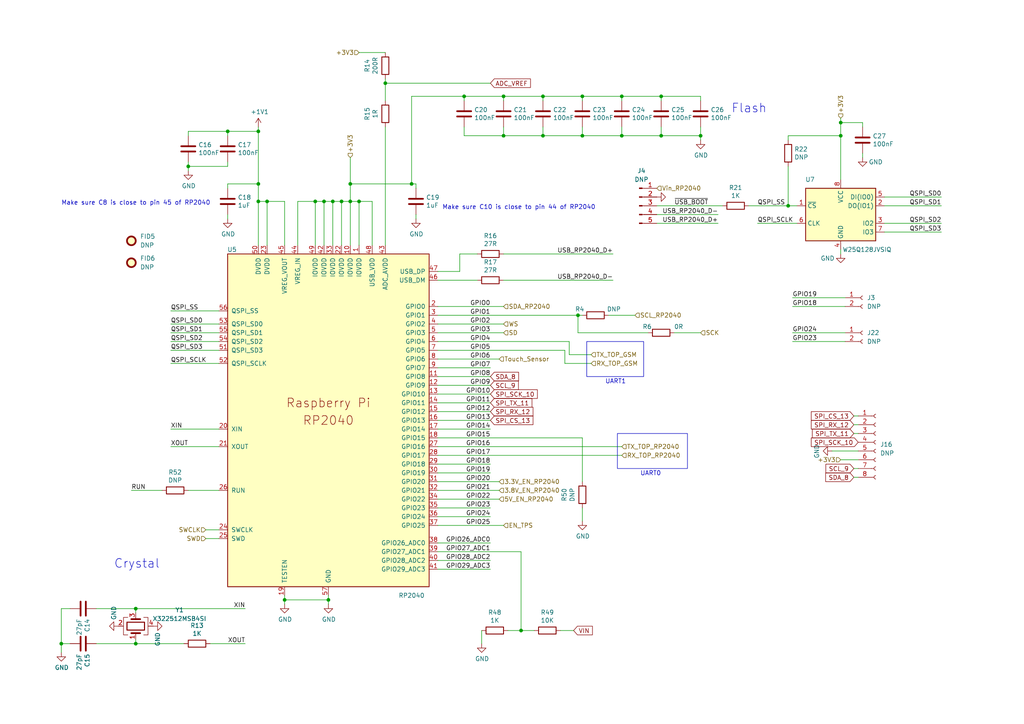
<source format=kicad_sch>
(kicad_sch (version 20231120) (generator "eeschema") (generator_version "8.0")
  (paper "A4")
  (lib_symbols
    (symbol "Connector:Conn_01x02_Socket" (pin_names (offset 1.016) hide)
      (property "Reference" "J" (at 0 2.54 0))
      (property "Value" "Conn_01x02_Socket" (at 0 -5.08 0))
      (symbol "Conn_01x02_Socket_1_1"
        (arc (start 0 -2.032) (mid -0.5058 -2.54) (end 0 -3.048) (stroke (width 0.1524)))
        (polyline (pts (xy -1.27 -2.54) (xy -0.508 -2.54)) (stroke (width 0.1524)))
        (polyline (pts (xy -1.27 0) (xy -0.508 0)) (stroke (width 0.1524)))
        (arc (start 0 0.508) (mid -0.5058 0) (end 0 -0.508) (stroke (width 0.1524)))
        (pin passive line (at -5.08 0 0) (length 3.81) (name "Pin_1") (number "1"))
        (pin passive line (at -5.08 -2.54 0) (length 3.81) (name "Pin_2") (number "2"))
      )
    )
    (symbol "Connector:Conn_01x05_Male" (pin_names (offset 1.016) hide)
      (property "Reference" "J" (at 0 7.62 0))
      (property "Value" "Conn_01x05_Male" (at 0 -7.62 0))
      (symbol "Conn_01x05_Male_1_1"
        (polyline (pts (xy 1.27 -5.08) (xy 0.8636 -5.08)) (stroke (width 0.1524)))
        (polyline (pts (xy 1.27 -2.54) (xy 0.8636 -2.54)) (stroke (width 0.1524)))
        (polyline (pts (xy 1.27 0) (xy 0.8636 0)) (stroke (width 0.1524)))
        (polyline (pts (xy 1.27 2.54) (xy 0.8636 2.54)) (stroke (width 0.1524)))
        (polyline (pts (xy 1.27 5.08) (xy 0.8636 5.08)) (stroke (width 0.1524)))
        (rectangle (start 0.8636 -4.953) (end 0 -5.207) (stroke (width 0.1524)) (fill (type outline)))
        (rectangle (start 0.8636 -2.413) (end 0 -2.667) (stroke (width 0.1524)) (fill (type outline)))
        (rectangle (start 0.8636 0.127) (end 0 -0.127) (stroke (width 0.1524)) (fill (type outline)))
        (rectangle (start 0.8636 2.667) (end 0 2.413) (stroke (width 0.1524)) (fill (type outline)))
        (rectangle (start 0.8636 5.207) (end 0 4.953) (stroke (width 0.1524)) (fill (type outline)))
        (pin passive line (at 5.08 5.08 180) (length 3.81) (name "Pin_1") (number "1"))
        (pin passive line (at 5.08 2.54 180) (length 3.81) (name "Pin_2") (number "2"))
        (pin passive line (at 5.08 0 180) (length 3.81) (name "Pin_3") (number "3"))
        (pin passive line (at 5.08 -2.54 180) (length 3.81) (name "Pin_4") (number "4"))
        (pin passive line (at 5.08 -5.08 180) (length 3.81) (name "Pin_5") (number "5"))
      )
    )
    (symbol "Connector:Conn_01x08_Female" (pin_names (offset 1.016) hide)
      (property "Reference" "J" (at 0 10.16 0))
      (property "Value" "Conn_01x08_Female" (at 0 -12.7 0))
      (symbol "Conn_01x08_Female_1_1"
        (arc (start 0 -9.652) (mid -0.5058 -10.16) (end 0 -10.668) (stroke (width 0.1524)))
        (arc (start 0 -7.112) (mid -0.5058 -7.62) (end 0 -8.128) (stroke (width 0.1524)))
        (arc (start 0 -4.572) (mid -0.5058 -5.08) (end 0 -5.588) (stroke (width 0.1524)))
        (arc (start 0 -2.032) (mid -0.5058 -2.54) (end 0 -3.048) (stroke (width 0.1524)))
        (polyline (pts (xy -1.27 -10.16) (xy -0.508 -10.16)) (stroke (width 0.1524)))
        (polyline (pts (xy -1.27 -7.62) (xy -0.508 -7.62)) (stroke (width 0.1524)))
        (polyline (pts (xy -1.27 -5.08) (xy -0.508 -5.08)) (stroke (width 0.1524)))
        (polyline (pts (xy -1.27 -2.54) (xy -0.508 -2.54)) (stroke (width 0.1524)))
        (polyline (pts (xy -1.27 0) (xy -0.508 0)) (stroke (width 0.1524)))
        (polyline (pts (xy -1.27 2.54) (xy -0.508 2.54)) (stroke (width 0.1524)))
        (polyline (pts (xy -1.27 5.08) (xy -0.508 5.08)) (stroke (width 0.1524)))
        (polyline (pts (xy -1.27 7.62) (xy -0.508 7.62)) (stroke (width 0.1524)))
        (arc (start 0 0.508) (mid -0.5058 0) (end 0 -0.508) (stroke (width 0.1524)))
        (arc (start 0 3.048) (mid -0.5058 2.54) (end 0 2.032) (stroke (width 0.1524)))
        (arc (start 0 5.588) (mid -0.5058 5.08) (end 0 4.572) (stroke (width 0.1524)))
        (arc (start 0 8.128) (mid -0.5058 7.62) (end 0 7.112) (stroke (width 0.1524)))
        (pin passive line (at -5.08 7.62 0) (length 3.81) (name "Pin_1") (number "1"))
        (pin passive line (at -5.08 5.08 0) (length 3.81) (name "Pin_2") (number "2"))
        (pin passive line (at -5.08 2.54 0) (length 3.81) (name "Pin_3") (number "3"))
        (pin passive line (at -5.08 0 0) (length 3.81) (name "Pin_4") (number "4"))
        (pin passive line (at -5.08 -2.54 0) (length 3.81) (name "Pin_5") (number "5"))
        (pin passive line (at -5.08 -5.08 0) (length 3.81) (name "Pin_6") (number "6"))
        (pin passive line (at -5.08 -7.62 0) (length 3.81) (name "Pin_7") (number "7"))
        (pin passive line (at -5.08 -10.16 0) (length 3.81) (name "Pin_8") (number "8"))
      )
    )
    (symbol "Device:C" (pin_numbers hide) (pin_names (offset 0.254))
      (property "Reference" "C" (at 0.635 2.54 0))
      (property "Value" "C" (at 0.635 -2.54 0))
      (symbol "C_0_1"
        (polyline (pts (xy -2.032 -0.762) (xy 2.032 -0.762)) (stroke (width 0.508)))
        (polyline (pts (xy -2.032 0.762) (xy 2.032 0.762)) (stroke (width 0.508)))
      )
      (symbol "C_1_1"
        (pin passive line (at 0 3.81 270) (length 2.794) (name "~") (number "1"))
        (pin passive line (at 0 -3.81 90) (length 2.794) (name "~") (number "2"))
      )
    )
    (symbol "Device:Crystal_GND24" (pin_names (offset 1.016) hide)
      (property "Reference" "Y" (at 3.175 5.08 0))
      (property "Value" "Crystal_GND24" (at 3.175 3.175 0))
      (symbol "Crystal_GND24_0_1"
        (rectangle (start -1.143 2.54) (end 1.143 -2.54) (stroke (width 0.3048)))
        (polyline (pts (xy -2.54 0) (xy -2.032 0)))
        (polyline (pts (xy -2.032 -1.27) (xy -2.032 1.27)) (stroke (width 0.508)))
        (polyline (pts (xy 0 -3.81) (xy 0 -3.556)))
        (polyline (pts (xy 0 3.556) (xy 0 3.81)))
        (polyline (pts (xy 2.032 -1.27) (xy 2.032 1.27)) (stroke (width 0.508)))
        (polyline (pts (xy 2.032 0) (xy 2.54 0)))
        (polyline (pts (xy -2.54 -2.286) (xy -2.54 -3.556) (xy 2.54 -3.556) (xy 2.54 -2.286)))
        (polyline (pts (xy -2.54 2.286) (xy -2.54 3.556) (xy 2.54 3.556) (xy 2.54 2.286)))
      )
      (symbol "Crystal_GND24_1_1"
        (pin passive line (at -3.81 0 0) (length 1.27) (name "1") (number "1"))
        (pin passive line (at 0 5.08 270) (length 1.27) (name "2") (number "2"))
        (pin passive line (at 3.81 0 180) (length 1.27) (name "3") (number "3"))
        (pin passive line (at 0 -5.08 90) (length 1.27) (name "4") (number "4"))
      )
    )
    (symbol "Device:R" (pin_numbers hide) (pin_names (offset 0))
      (property "Reference" "R" (at 2.032 0 90))
      (property "Value" "R" (at 0 0 90))
      (symbol "R_0_1"
        (rectangle (start -1.016 -2.54) (end 1.016 2.54) (stroke (width 0.254)))
      )
      (symbol "R_1_1"
        (pin passive line (at 0 3.81 270) (length 1.27) (name "~") (number "1"))
        (pin passive line (at 0 -3.81 90) (length 1.27) (name "~") (number "2"))
      )
    )
    (symbol "MCU_RaspberryPi_RP2040:RP2040" (pin_names (offset 1.016))
      (property "Reference" "U" (at -29.21 49.53 0))
      (property "Value" "RP2040" (at 24.13 -49.53 0))
      (symbol "RP2040_0_0"
        (text "Raspberry Pi" (at 0 5.08 0) (effects (font (size 2.54 2.54))))
        (text "RP2040" (at 0 0 0) (effects (font (size 2.54 2.54))))
      )
      (symbol "RP2040_0_1"
        (rectangle (start 29.21 48.26) (end -29.21 -48.26) (stroke (width 0.254)) (fill (type background)))
      )
      (symbol "RP2040_1_1"
        (pin power_in line (at 8.89 50.8 270) (length 2.54) (name "IOVDD") (number "1"))
        (pin power_in line (at 6.35 50.8 270) (length 2.54) (name "IOVDD") (number "10"))
        (pin bidirectional line (at 31.75 12.7 180) (length 2.54) (name "GPIO8") (number "11"))
        (pin bidirectional line (at 31.75 10.16 180) (length 2.54) (name "GPIO9") (number "12"))
        (pin bidirectional line (at 31.75 7.62 180) (length 2.54) (name "GPIO10") (number "13"))
        (pin bidirectional line (at 31.75 5.08 180) (length 2.54) (name "GPIO11") (number "14"))
        (pin bidirectional line (at 31.75 2.54 180) (length 2.54) (name "GPIO12") (number "15"))
        (pin bidirectional line (at 31.75 0 180) (length 2.54) (name "GPIO13") (number "16"))
        (pin bidirectional line (at 31.75 -2.54 180) (length 2.54) (name "GPIO14") (number "17"))
        (pin bidirectional line (at 31.75 -5.08 180) (length 2.54) (name "GPIO15") (number "18"))
        (pin passive line (at -12.7 -50.8 90) (length 2.54) (name "TESTEN") (number "19"))
        (pin bidirectional line (at 31.75 33.02 180) (length 2.54) (name "GPIO0") (number "2"))
        (pin input line (at -31.75 -2.54 0) (length 2.54) (name "XIN") (number "20"))
        (pin passive line (at -31.75 -7.62 0) (length 2.54) (name "XOUT") (number "21"))
        (pin power_in line (at 3.81 50.8 270) (length 2.54) (name "IOVDD") (number "22"))
        (pin power_in line (at -17.78 50.8 270) (length 2.54) (name "DVDD") (number "23"))
        (pin output line (at -31.75 -31.75 0) (length 2.54) (name "SWCLK") (number "24"))
        (pin bidirectional line (at -31.75 -34.29 0) (length 2.54) (name "SWD") (number "25"))
        (pin input line (at -31.75 -20.32 0) (length 2.54) (name "RUN") (number "26"))
        (pin bidirectional line (at 31.75 -7.62 180) (length 2.54) (name "GPIO16") (number "27"))
        (pin bidirectional line (at 31.75 -10.16 180) (length 2.54) (name "GPIO17") (number "28"))
        (pin bidirectional line (at 31.75 -12.7 180) (length 2.54) (name "GPIO18") (number "29"))
        (pin bidirectional line (at 31.75 30.48 180) (length 2.54) (name "GPIO1") (number "3"))
        (pin bidirectional line (at 31.75 -15.24 180) (length 2.54) (name "GPIO19") (number "30"))
        (pin bidirectional line (at 31.75 -17.78 180) (length 2.54) (name "GPIO20") (number "31"))
        (pin bidirectional line (at 31.75 -20.32 180) (length 2.54) (name "GPIO21") (number "32"))
        (pin power_in line (at 1.27 50.8 270) (length 2.54) (name "IOVDD") (number "33"))
        (pin bidirectional line (at 31.75 -22.86 180) (length 2.54) (name "GPIO22") (number "34"))
        (pin bidirectional line (at 31.75 -25.4 180) (length 2.54) (name "GPIO23") (number "35"))
        (pin bidirectional line (at 31.75 -27.94 180) (length 2.54) (name "GPIO24") (number "36"))
        (pin bidirectional line (at 31.75 -30.48 180) (length 2.54) (name "GPIO25") (number "37"))
        (pin bidirectional line (at 31.75 -35.56 180) (length 2.54) (name "GPIO26_ADC0") (number "38"))
        (pin bidirectional line (at 31.75 -38.1 180) (length 2.54) (name "GPIO27_ADC1") (number "39"))
        (pin bidirectional line (at 31.75 27.94 180) (length 2.54) (name "GPIO2") (number "4"))
        (pin bidirectional line (at 31.75 -40.64 180) (length 2.54) (name "GPIO28_ADC2") (number "40"))
        (pin bidirectional line (at 31.75 -43.18 180) (length 2.54) (name "GPIO29_ADC3") (number "41"))
        (pin power_in line (at -1.27 50.8 270) (length 2.54) (name "IOVDD") (number "42"))
        (pin power_in line (at 16.51 50.8 270) (length 2.54) (name "ADC_AVDD") (number "43"))
        (pin power_in line (at -8.89 50.8 270) (length 2.54) (name "VREG_IN") (number "44"))
        (pin power_out line (at -12.7 50.8 270) (length 2.54) (name "VREG_VOUT") (number "45"))
        (pin bidirectional line (at 31.75 40.64 180) (length 2.54) (name "USB_DM") (number "46"))
        (pin bidirectional line (at 31.75 43.18 180) (length 2.54) (name "USB_DP") (number "47"))
        (pin power_in line (at 12.7 50.8 270) (length 2.54) (name "USB_VDD") (number "48"))
        (pin power_in line (at -3.81 50.8 270) (length 2.54) (name "IOVDD") (number "49"))
        (pin bidirectional line (at 31.75 25.4 180) (length 2.54) (name "GPIO3") (number "5"))
        (pin power_in line (at -20.32 50.8 270) (length 2.54) (name "DVDD") (number "50"))
        (pin bidirectional line (at -31.75 20.32 0) (length 2.54) (name "QSPI_SD3") (number "51"))
        (pin output line (at -31.75 16.51 0) (length 2.54) (name "QSPI_SCLK") (number "52"))
        (pin bidirectional line (at -31.75 27.94 0) (length 2.54) (name "QSPI_SD0") (number "53"))
        (pin bidirectional line (at -31.75 22.86 0) (length 2.54) (name "QSPI_SD2") (number "54"))
        (pin bidirectional line (at -31.75 25.4 0) (length 2.54) (name "QSPI_SD1") (number "55"))
        (pin bidirectional line (at -31.75 31.75 0) (length 2.54) (name "QSPI_SS") (number "56"))
        (pin power_in line (at 0 -50.8 90) (length 2.54) (name "GND") (number "57"))
        (pin bidirectional line (at 31.75 22.86 180) (length 2.54) (name "GPIO4") (number "6"))
        (pin bidirectional line (at 31.75 20.32 180) (length 2.54) (name "GPIO5") (number "7"))
        (pin bidirectional line (at 31.75 17.78 180) (length 2.54) (name "GPIO6") (number "8"))
        (pin bidirectional line (at 31.75 15.24 180) (length 2.54) (name "GPIO7") (number "9"))
      )
    )
    (symbol "Mechanical:Fiducial"
      (property "Reference" "FID" (at 0 5.08 0))
      (property "Value" "Fiducial" (at 0 3.175 0))
      (symbol "Fiducial_0_1"
        (circle (center 0 0) (radius 1.27) (stroke (width 0.508)) (fill (type background)))
      )
    )
    (symbol "Memory_Flash:W25Q128JVS"
      (property "Reference" "U" (at -8.89 8.89 0))
      (property "Value" "W25Q128JVS" (at 7.62 8.89 0))
      (symbol "W25Q128JVS_0_1"
        (rectangle (start -10.16 7.62) (end 10.16 -7.62) (stroke (width 0.254)) (fill (type background)))
      )
      (symbol "W25Q128JVS_1_1"
        (pin input line (at -12.7 2.54 0) (length 2.54) (name "~{CS}") (number "1"))
        (pin bidirectional line (at 12.7 2.54 180) (length 2.54) (name "DO(IO1)") (number "2"))
        (pin bidirectional line (at 12.7 -2.54 180) (length 2.54) (name "IO2") (number "3"))
        (pin power_in line (at 0 -10.16 90) (length 2.54) (name "GND") (number "4"))
        (pin bidirectional line (at 12.7 5.08 180) (length 2.54) (name "DI(IO0)") (number "5"))
        (pin input line (at -12.7 -2.54 0) (length 2.54) (name "CLK") (number "6"))
        (pin bidirectional line (at 12.7 -5.08 180) (length 2.54) (name "IO3") (number "7"))
        (pin power_in line (at 0 10.16 270) (length 2.54) (name "VCC") (number "8"))
      )
    )
    (symbol "power:+1V1" (power) (pin_names (offset 0))
      (property "Value" "+1V1" (at 0 3.556 0))
      (symbol "+1V1_0_1"
        (polyline (pts (xy -0.762 1.27) (xy 0 2.54)))
        (polyline (pts (xy 0 0) (xy 0 2.54)))
        (polyline (pts (xy 0 2.54) (xy 0.762 1.27)))
      )
      (symbol "+1V1_1_1"
        (pin power_in line (at 0 0 90) (length 0) hide (name "+1V1") (number "1"))
      )
    )
    (symbol "power:GND" (power) (pin_names (offset 0))
      (property "Value" "GND" (at 0 -3.81 0))
      (symbol "GND_0_1"
        (polyline (pts (xy 0 0) (xy 0 -1.27) (xy 1.27 -1.27) (xy 0 -2.54) (xy -1.27 -1.27) (xy 0 -1.27)))
      )
      (symbol "GND_1_1"
        (pin power_in line (at 0 0 270) (length 0) hide (name "GND") (number "1"))
      )
    )
  )
  (junction (at 111.76 24.13))
  (junction (at 54.61 48.26))
  (junction (at 39.37 186.69))
  (junction (at 151.13 182.88))
  (junction (at 180.34 27.94))
  (junction (at 101.6 58.42))
  (junction (at 95.25 173.99))
  (junction (at 74.93 58.42))
  (junction (at 180.34 39.37))
  (junction (at 17.78 186.69))
  (junction (at 104.14 58.42))
  (junction (at 39.37 176.53))
  (junction (at 93.98 58.42))
  (junction (at 167.64 91.44))
  (junction (at 96.52 58.42))
  (junction (at 82.55 173.99))
  (junction (at 74.93 38.1))
  (junction (at 91.44 58.42))
  (junction (at 168.91 39.37))
  (junction (at 101.6 53.34))
  (junction (at 134.62 27.94))
  (junction (at 157.48 27.94))
  (junction (at 228.6 59.69))
  (junction (at 66.04 38.1))
  (junction (at 74.93 53.34))
  (junction (at 99.06 58.42))
  (junction (at 191.77 39.37))
  (junction (at 191.77 27.94))
  (junction (at 168.91 27.94))
  (junction (at 77.47 58.42))
  (junction (at 119.38 53.34))
  (junction (at 146.05 27.94))
  (junction (at 157.48 39.37))
  (junction (at 243.84 39.37))
  (junction (at 243.84 35.56))
  (junction (at 203.2 39.37))
  (junction (at 146.05 39.37))
  (wire (pts (xy 111.76 36.83) (xy 111.76 71.12)))
  (wire (pts (xy 49.53 124.46) (xy 63.5 124.46)))
  (wire (pts (xy 59.69 156.21) (xy 63.5 156.21)))
  (wire (pts (xy 191.77 39.37) (xy 203.2 39.37)))
  (wire (pts (xy 66.04 53.34) (xy 74.93 53.34)))
  (wire (pts (xy 127 160.02) (xy 151.13 160.02)))
  (wire (pts (xy 176.53 91.44) (xy 184.15 91.44)))
  (wire (pts (xy 191.77 27.94) (xy 203.2 27.94)))
  (wire (pts (xy 101.6 58.42) (xy 104.14 58.42)))
  (wire (pts (xy 127 91.44) (xy 167.64 91.44)))
  (wire (pts (xy 180.34 27.94) (xy 191.77 27.94)))
  (wire (pts (xy 167.64 91.44) (xy 168.91 91.44)))
  (wire (pts (xy 82.55 173.99) (xy 95.25 173.99)))
  (wire (pts (xy 111.76 22.86) (xy 111.76 24.13)))
  (wire (pts (xy 180.34 39.37) (xy 168.91 39.37)))
  (wire (pts (xy 127 149.86) (xy 142.24 149.86)))
  (wire (pts (xy 39.37 186.69) (xy 53.34 186.69)))
  (wire (pts (xy 191.77 29.21) (xy 191.77 27.94)))
  (wire (pts (xy 86.36 58.42) (xy 91.44 58.42)))
  (wire (pts (xy 146.05 27.94) (xy 157.48 27.94)))
  (wire (pts (xy 54.61 46.99) (xy 54.61 48.26)))
  (wire (pts (xy 228.6 48.26) (xy 228.6 59.69)))
  (wire (pts (xy 127 104.14) (xy 144.78 104.14)))
  (wire (pts (xy 95.25 173.99) (xy 95.25 175.26)))
  (wire (pts (xy 127 106.68) (xy 142.24 106.68)))
  (wire (pts (xy 27.94 176.53) (xy 39.37 176.53)))
  (wire (pts (xy 119.38 27.94) (xy 119.38 53.34)))
  (wire (pts (xy 101.6 53.34) (xy 101.6 58.42)))
  (wire (pts (xy 229.87 96.52) (xy 245.11 96.52)))
  (wire (pts (xy 111.76 24.13) (xy 111.76 29.21)))
  (wire (pts (xy 127 93.98) (xy 146.05 93.98)))
  (wire (pts (xy 60.96 186.69) (xy 71.12 186.69)))
  (wire (pts (xy 190.5 62.23) (xy 208.28 62.23)))
  (wire (pts (xy 93.98 58.42) (xy 96.52 58.42)))
  (wire (pts (xy 157.48 27.94) (xy 168.91 27.94)))
  (wire (pts (xy 241.3 130.81) (xy 248.92 130.81)))
  (wire (pts (xy 167.64 91.44) (xy 167.64 96.52)))
  (wire (pts (xy 66.04 54.61) (xy 66.04 53.34)))
  (wire (pts (xy 127 96.52) (xy 146.05 96.52)))
  (wire (pts (xy 74.93 53.34) (xy 74.93 58.42)))
  (wire (pts (xy 20.32 176.53) (xy 17.78 176.53)))
  (wire (pts (xy 203.2 36.83) (xy 203.2 39.37)))
  (wire (pts (xy 99.06 71.12) (xy 99.06 58.42)))
  (wire (pts (xy 127 144.78) (xy 144.78 144.78)))
  (wire (pts (xy 127 127) (xy 168.91 127)))
  (wire (pts (xy 190.5 64.77) (xy 208.28 64.77)))
  (wire (pts (xy 180.34 29.21) (xy 180.34 27.94)))
  (wire (pts (xy 146.05 39.37) (xy 134.62 39.37)))
  (wire (pts (xy 63.5 90.17) (xy 49.53 90.17)))
  (wire (pts (xy 111.76 24.13) (xy 142.24 24.13)))
  (wire (pts (xy 127 134.62) (xy 142.24 134.62)))
  (wire (pts (xy 247.65 138.43) (xy 248.92 138.43)))
  (wire (pts (xy 66.04 39.37) (xy 66.04 38.1)))
  (wire (pts (xy 77.47 58.42) (xy 74.93 58.42)))
  (wire (pts (xy 146.05 36.83) (xy 146.05 39.37)))
  (wire (pts (xy 49.53 96.52) (xy 63.5 96.52)))
  (wire (pts (xy 256.54 67.31) (xy 273.05 67.31)))
  (wire (pts (xy 203.2 39.37) (xy 203.2 40.64)))
  (wire (pts (xy 134.62 27.94) (xy 146.05 27.94)))
  (wire (pts (xy 127 81.28) (xy 138.43 81.28)))
  (wire (pts (xy 74.93 58.42) (xy 74.93 71.12)))
  (wire (pts (xy 127 114.3) (xy 142.24 114.3)))
  (wire (pts (xy 127 162.56) (xy 142.24 162.56)))
  (wire (pts (xy 127 147.32) (xy 142.24 147.32)))
  (wire (pts (xy 180.34 36.83) (xy 180.34 39.37)))
  (wire (pts (xy 107.95 71.12) (xy 107.95 58.42)))
  (wire (pts (xy 134.62 27.94) (xy 119.38 27.94)))
  (wire (pts (xy 168.91 29.21) (xy 168.91 27.94)))
  (wire (pts (xy 146.05 73.66) (xy 177.8 73.66)))
  (wire (pts (xy 203.2 29.21) (xy 203.2 27.94)))
  (wire (pts (xy 120.65 62.23) (xy 120.65 63.5)))
  (wire (pts (xy 101.6 53.34) (xy 101.6 45.72)))
  (wire (pts (xy 49.53 101.6) (xy 63.5 101.6)))
  (wire (pts (xy 229.87 88.9) (xy 245.11 88.9)))
  (wire (pts (xy 77.47 71.12) (xy 77.47 58.42)))
  (wire (pts (xy 190.5 59.69) (xy 209.55 59.69)))
  (wire (pts (xy 20.32 186.69) (xy 17.78 186.69)))
  (wire (pts (xy 165.1 102.87) (xy 171.45 102.87)))
  (wire (pts (xy 229.87 86.36) (xy 245.11 86.36)))
  (wire (pts (xy 49.53 99.06) (xy 63.5 99.06)))
  (wire (pts (xy 166.37 182.88) (xy 162.56 182.88)))
  (wire (pts (xy 168.91 147.32) (xy 168.91 151.13)))
  (wire (pts (xy 127 88.9) (xy 146.05 88.9)))
  (wire (pts (xy 82.55 71.12) (xy 82.55 58.42)))
  (wire (pts (xy 119.38 53.34) (xy 101.6 53.34)))
  (wire (pts (xy 151.13 182.88) (xy 151.13 160.02)))
  (wire (pts (xy 163.83 105.41) (xy 163.83 101.6)))
  (wire (pts (xy 191.77 36.83) (xy 191.77 39.37)))
  (wire (pts (xy 167.64 96.52) (xy 187.96 96.52)))
  (wire (pts (xy 228.6 39.37) (xy 243.84 39.37)))
  (wire (pts (xy 147.32 182.88) (xy 151.13 182.88)))
  (wire (pts (xy 104.14 58.42) (xy 104.14 71.12)))
  (wire (pts (xy 217.17 59.69) (xy 228.6 59.69)))
  (wire (pts (xy 63.5 129.54) (xy 49.53 129.54)))
  (wire (pts (xy 104.14 58.42) (xy 107.95 58.42)))
  (wire (pts (xy 203.2 96.52) (xy 195.58 96.52)))
  (wire (pts (xy 86.36 71.12) (xy 86.36 58.42)))
  (wire (pts (xy 247.65 125.73) (xy 248.92 125.73)))
  (wire (pts (xy 74.93 36.83) (xy 74.93 38.1)))
  (wire (pts (xy 165.1 102.87) (xy 165.1 99.06)))
  (wire (pts (xy 243.84 39.37) (xy 243.84 52.07)))
  (wire (pts (xy 127 116.84) (xy 142.24 116.84)))
  (wire (pts (xy 54.61 48.26) (xy 54.61 49.53)))
  (wire (pts (xy 74.93 38.1) (xy 74.93 53.34)))
  (wire (pts (xy 127 139.7) (xy 144.78 139.7)))
  (wire (pts (xy 133.35 73.66) (xy 138.43 73.66)))
  (wire (pts (xy 82.55 172.72) (xy 82.55 173.99)))
  (wire (pts (xy 82.55 173.99) (xy 82.55 175.26)))
  (wire (pts (xy 17.78 186.69) (xy 17.78 189.23)))
  (wire (pts (xy 127 132.08) (xy 180.34 132.08)))
  (wire (pts (xy 127 157.48) (xy 142.24 157.48)))
  (wire (pts (xy 134.62 36.83) (xy 134.62 39.37)))
  (wire (pts (xy 146.05 29.21) (xy 146.05 27.94)))
  (wire (pts (xy 139.7 186.69) (xy 139.7 182.88)))
  (wire (pts (xy 63.5 105.41) (xy 49.53 105.41)))
  (wire (pts (xy 27.94 186.69) (xy 39.37 186.69)))
  (wire (pts (xy 95.25 172.72) (xy 95.25 173.99)))
  (wire (pts (xy 17.78 176.53) (xy 17.78 186.69)))
  (wire (pts (xy 191.77 39.37) (xy 180.34 39.37)))
  (wire (pts (xy 99.06 58.42) (xy 101.6 58.42)))
  (wire (pts (xy 66.04 38.1) (xy 74.93 38.1)))
  (wire (pts (xy 228.6 40.64) (xy 228.6 39.37)))
  (wire (pts (xy 256.54 59.69) (xy 273.05 59.69)))
  (wire (pts (xy 127 152.4) (xy 146.05 152.4)))
  (wire (pts (xy 96.52 71.12) (xy 96.52 58.42)))
  (wire (pts (xy 247.65 120.65) (xy 248.92 120.65)))
  (wire (pts (xy 250.19 44.45) (xy 250.19 45.72)))
  (wire (pts (xy 127 137.16) (xy 142.24 137.16)))
  (wire (pts (xy 133.35 73.66) (xy 133.35 78.74)))
  (wire (pts (xy 256.54 57.15) (xy 273.05 57.15)))
  (wire (pts (xy 63.5 142.24) (xy 54.61 142.24)))
  (wire (pts (xy 127 142.24) (xy 144.78 142.24)))
  (wire (pts (xy 134.62 29.21) (xy 134.62 27.94)))
  (wire (pts (xy 49.53 93.98) (xy 63.5 93.98)))
  (wire (pts (xy 127 109.22) (xy 142.24 109.22)))
  (wire (pts (xy 157.48 39.37) (xy 146.05 39.37)))
  (wire (pts (xy 104.14 15.24) (xy 111.76 15.24)))
  (wire (pts (xy 54.61 38.1) (xy 66.04 38.1)))
  (wire (pts (xy 157.48 36.83) (xy 157.48 39.37)))
  (wire (pts (xy 127 129.54) (xy 180.34 129.54)))
  (wire (pts (xy 54.61 48.26) (xy 66.04 48.26)))
  (wire (pts (xy 127 111.76) (xy 142.24 111.76)))
  (wire (pts (xy 91.44 71.12) (xy 91.44 58.42)))
  (wire (pts (xy 93.98 71.12) (xy 93.98 58.42)))
  (wire (pts (xy 59.69 153.67) (xy 63.5 153.67)))
  (wire (pts (xy 243.84 133.35) (xy 248.92 133.35)))
  (wire (pts (xy 243.84 35.56) (xy 243.84 39.37)))
  (wire (pts (xy 82.55 58.42) (xy 77.47 58.42)))
  (wire (pts (xy 127 78.74) (xy 133.35 78.74)))
  (wire (pts (xy 168.91 139.7) (xy 168.91 127)))
  (wire (pts (xy 247.65 123.19) (xy 248.92 123.19)))
  (wire (pts (xy 168.91 39.37) (xy 157.48 39.37)))
  (wire (pts (xy 66.04 48.26) (xy 66.04 46.99)))
  (wire (pts (xy 243.84 34.29) (xy 243.84 35.56)))
  (wire (pts (xy 219.71 64.77) (xy 231.14 64.77)))
  (wire (pts (xy 127 124.46) (xy 142.24 124.46)))
  (wire (pts (xy 228.6 59.69) (xy 231.14 59.69)))
  (wire (pts (xy 243.84 72.39) (xy 243.84 73.66)))
  (wire (pts (xy 250.19 36.83) (xy 250.19 35.56)))
  (wire (pts (xy 163.83 101.6) (xy 127 101.6)))
  (wire (pts (xy 151.13 182.88) (xy 154.94 182.88)))
  (wire (pts (xy 66.04 62.23) (xy 66.04 63.5)))
  (wire (pts (xy 39.37 177.8) (xy 39.37 176.53)))
  (wire (pts (xy 101.6 71.12) (xy 101.6 58.42)))
  (wire (pts (xy 39.37 176.53) (xy 71.12 176.53)))
  (wire (pts (xy 120.65 53.34) (xy 119.38 53.34)))
  (wire (pts (xy 39.37 185.42) (xy 39.37 186.69)))
  (wire (pts (xy 127 119.38) (xy 142.24 119.38)))
  (wire (pts (xy 256.54 64.77) (xy 273.05 64.77)))
  (wire (pts (xy 127 121.92) (xy 142.24 121.92)))
  (wire (pts (xy 165.1 99.06) (xy 127 99.06)))
  (wire (pts (xy 247.65 135.89) (xy 248.92 135.89)))
  (wire (pts (xy 146.05 81.28) (xy 177.8 81.28)))
  (wire (pts (xy 120.65 54.61) (xy 120.65 53.34)))
  (wire (pts (xy 46.99 142.24) (xy 38.1 142.24)))
  (wire (pts (xy 127 165.1) (xy 142.24 165.1)))
  (wire (pts (xy 168.91 27.94) (xy 180.34 27.94)))
  (wire (pts (xy 91.44 58.42) (xy 93.98 58.42)))
  (wire (pts (xy 163.83 105.41) (xy 171.45 105.41)))
  (wire (pts (xy 96.52 58.42) (xy 99.06 58.42)))
  (wire (pts (xy 250.19 35.56) (xy 243.84 35.56)))
  (wire (pts (xy 157.48 29.21) (xy 157.48 27.94)))
  (wire (pts (xy 168.91 36.83) (xy 168.91 39.37)))
  (wire (pts (xy 54.61 39.37) (xy 54.61 38.1)))
  (wire (pts (xy 229.87 99.06) (xy 245.11 99.06)))
  (rectangle (start 179.07 125.73) (end 199.39 135.89))
  (rectangle (start 170.18 99.06) (end 186.69 109.22))
  (text "Make sure C8 is close to pin 45 of RP2040" (at 17.78 59.69 0) (effects (font (size 1.27 1.27)) (justify left bottom)))
  (text "UART1" (at 178.562 110.744 0) (effects (font (size 1.27 1.27))))
  (text "Make sure C10 is close to pin 44 of RP2040" (at 128.27 60.96 0) (effects (font (size 1.27 1.27)) (justify left bottom)))
  (text "UART0\n" (at 188.722 137.414 0) (effects (font (size 1.27 1.27))))
  (text "Flash" (at 212.09 33.02 0) (effects (font (size 2.54 2.54)) (justify left bottom)))
  (text "Crystal" (at 33.02 165.1 0) (effects (font (size 2.54 2.54)) (justify left bottom)))
  (label "GPIO22" (at 142.24 144.78 180))
  (label "GPIO17" (at 142.24 132.08 180))
  (label "GPIO9" (at 142.24 111.76 180))
  (label "GPIO23" (at 229.87 99.06 0))
  (label "XIN" (at 71.12 176.53 180))
  (label "GPIO5" (at 142.24 101.6 180))
  (label "GPIO15" (at 142.24 127 180))
  (label "QSPI_SD0" (at 49.53 93.98 0))
  (label "GPIO18" (at 142.24 134.62 180))
  (label "GPIO26_ADC0" (at 142.24 157.48 180))
  (label "GPIO24" (at 142.24 149.86 180))
  (label "QSPI_SD2" (at 49.53 99.06 0))
  (label "GPIO27_ADC1" (at 142.24 160.02 180))
  (label "QSPI_SCLK" (at 219.71 64.77 0))
  (label "GPIO7" (at 142.24 106.68 180))
  (label "GPIO14" (at 142.24 124.46 180))
  (label "GPIO3" (at 142.24 96.52 180))
  (label "GPIO0" (at 142.24 88.9 180))
  (label "QSPI_SD3" (at 273.05 67.31 180))
  (label "GPIO11" (at 142.24 116.84 180))
  (label "QSPI_SD0" (at 273.05 57.15 180))
  (label "USB_RP2040_D-" (at 208.28 62.23 180))
  (label "GPIO4" (at 142.24 99.06 180))
  (label "GPIO20" (at 142.24 139.7 180))
  (label "GPIO24" (at 229.87 96.52 0))
  (label "~{USB_BOOT}" (at 195.58 59.69 0))
  (label "GPIO13" (at 142.24 121.92 180))
  (label "GPIO19" (at 229.87 86.36 0))
  (label "GPIO12" (at 142.24 119.38 180))
  (label "GPIO6" (at 142.24 104.14 180))
  (label "GPIO29_ADC3" (at 142.24 165.1 180))
  (label "GPIO1" (at 142.24 91.44 180))
  (label "GPIO28_ADC2" (at 142.24 162.56 180))
  (label "USB_RP2040_D+" (at 177.8 73.66 180))
  (label "QSPI_SCLK" (at 49.53 105.41 0))
  (label "QSPI_SS" (at 49.53 90.17 0))
  (label "GPIO23" (at 142.24 147.32 180))
  (label "QSPI_SD3" (at 49.53 101.6 0))
  (label "USB_RP2040_D+" (at 208.28 64.77 180))
  (label "GPIO18" (at 229.87 88.9 0))
  (label "RUN" (at 38.1 142.24 0))
  (label "GPIO19" (at 142.24 137.16 180))
  (label "GPIO10" (at 142.24 114.3 180))
  (label "QSPI_SD1" (at 273.05 59.69 180))
  (label "QSPI_SD2" (at 273.05 64.77 180))
  (label "GPIO16" (at 142.24 129.54 180))
  (label "XOUT" (at 49.53 129.54 0))
  (label "QSPI_SD1" (at 49.53 96.52 0))
  (label "GPIO8" (at 142.24 109.22 180))
  (label "XOUT" (at 71.12 186.69 180))
  (label "USB_RP2040_D-" (at 177.8 81.28 180))
  (label "GPIO25" (at 142.24 152.4 180))
  (label "QSPI_SS" (at 219.71 59.69 0))
  (label "XIN" (at 49.53 124.46 0))
  (label "GPIO21" (at 142.24 142.24 180))
  (label "GPIO2" (at 142.24 93.98 180))
  (global_label "SPI_SCK_10" (shape input) (at 142.24 114.3 0) (property "Intersheetrefs" "${INTERSHEET_REFS}" (effects (hide yes))))
  (global_label "SPI_TX_11" (shape input) (at 142.24 116.84 0) (property "Intersheetrefs" "${INTERSHEET_REFS}" (effects (hide yes))))
  (global_label "ADC_VREF" (shape input) (at 142.24 24.13 0) (property "Intersheetrefs" "${INTERSHEET_REFS}" (effects (hide yes))))
  (global_label "VIN" (shape input) (at 166.37 182.88 0) (property "Intersheetrefs" "${INTERSHEET_REFS}" (effects (hide yes))))
  (global_label "SPI_TX_11" (shape input) (at 247.65 125.73 180) (property "Intersheetrefs" "${INTERSHEET_REFS}" (effects (hide yes))))
  (global_label "SPI_RX_12" (shape input) (at 247.65 123.19 180) (property "Intersheetrefs" "${INTERSHEET_REFS}" (effects (hide yes))))
  (global_label "SPI_CS_13" (shape input) (at 142.24 121.92 0) (property "Intersheetrefs" "${INTERSHEET_REFS}" (effects (hide yes))))
  (global_label "SPI_CS_13" (shape input) (at 247.65 120.65 180) (property "Intersheetrefs" "${INTERSHEET_REFS}" (effects (hide yes))))
  (global_label "SDA_8" (shape input) (at 247.65 138.43 180) (property "Intersheetrefs" "${INTERSHEET_REFS}" (effects (hide yes))))
  (global_label "SPI_RX_12" (shape input) (at 142.24 119.38 0) (property "Intersheetrefs" "${INTERSHEET_REFS}" (effects (hide yes))))
  (global_label "SCL_9" (shape input) (at 142.24 111.76 0) (property "Intersheetrefs" "${INTERSHEET_REFS}" (effects (hide yes))))
  (global_label "SCL_9" (shape input) (at 247.65 135.89 180) (property "Intersheetrefs" "${INTERSHEET_REFS}" (effects (hide yes))))
  (global_label "SDA_8" (shape input) (at 142.24 109.22 0) (property "Intersheetrefs" "${INTERSHEET_REFS}" (effects (hide yes))))
  (global_label "SPI_SCK_10" (shape input) (at 248.92 128.27 180) (property "Intersheetrefs" "${INTERSHEET_REFS}" (effects (hide yes))))
  (hierarchical_label "TX_TOP_GSM" (shape input) (at 171.45 102.87 0))
  (hierarchical_label "+3V3" (shape input) (at 243.84 133.35 180))
  (hierarchical_label "EN_TPS" (shape input) (at 146.05 152.4 0))
  (hierarchical_label "WS" (shape input) (at 146.05 93.98 0))
  (hierarchical_label "Vin_RP2040" (shape input) (at 190.5 54.61 0))
  (hierarchical_label "+3V3" (shape input) (at 101.6 45.72 90))
  (hierarchical_label "Touch_Sensor" (shape input) (at 144.78 104.14 0))
  (hierarchical_label "+3V3" (shape input) (at 104.14 15.24 180))
  (hierarchical_label "SDA_RP2040" (shape input) (at 146.05 88.9 0))
  (hierarchical_label "SWCLK" (shape input) (at 59.69 153.67 180))
  (hierarchical_label "RX_TOP_RP2040" (shape input) (at 180.34 132.08 0))
  (hierarchical_label "5V_EN_RP2040" (shape input) (at 144.78 144.78 0))
  (hierarchical_label "RX_TOP_GSM" (shape input) (at 171.45 105.41 0))
  (hierarchical_label "3.3V_EN_RP2040" (shape input) (at 144.78 139.7 0))
  (hierarchical_label "TX_TOP_RP2040" (shape input) (at 180.34 129.54 0))
  (hierarchical_label "SWD" (shape input) (at 59.69 156.21 180))
  (hierarchical_label "3.8V_EN_RP2040" (shape input) (at 144.78 142.24 0))
  (hierarchical_label "SCL_RP2040" (shape input) (at 184.15 91.44 0))
  (hierarchical_label "+3V3" (shape input) (at 243.84 34.29 90))
  (hierarchical_label "SCK" (shape input) (at 203.2 96.52 0))
  (hierarchical_label "SD" (shape input) (at 146.05 96.52 0))
  (symbol (lib_id "Device:R") (at 191.77 96.52 270) (unit 1)
    (property "Reference" "R6" (at 187.706 94.742 90))
    (property "Value" "0R" (at 196.85 94.742 90))
    (property "Footprint" "Resistor_SMD:R_0603_1608Metric" (effects (hide yes)))
  )
  (symbol (lib_id "Device:R") (at 57.15 186.69 270) (unit 1)
    (property "Reference" "R13" (at 57.15 181.4322 90))
    (property "Value" "1K" (at 57.15 183.7436 90))
    (property "Footprint" "Resistor_SMD:R_0603_1608Metric" (effects (hide yes)))
  )
  (symbol (lib_id "Device:C") (at 24.13 186.69 270) (unit 1)
    (property "Reference" "C15" (at 25.2984 189.611 0) (effects (justify left)))
    (property "Value" "27pF" (at 22.987 189.611 0) (effects (justify left)))
    (property "Footprint" "Capacitor_SMD:C_0402_1005Metric" (effects (hide yes)))
  )
  (symbol (lib_id "Device:C") (at 24.13 176.53 270) (unit 1)
    (property "Reference" "C14" (at 25.2984 179.451 0) (effects (justify left)))
    (property "Value" "27pF" (at 22.987 179.451 0) (effects (justify left)))
    (property "Footprint" "Capacitor_SMD:C_0402_1005Metric" (effects (hide yes)))
  )
  (symbol (lib_id "Device:C") (at 191.77 33.02 0) (unit 1)
    (property "Reference" "C25" (at 194.691 31.8516 0) (effects (justify left)))
    (property "Value" "100nF" (at 194.691 34.163 0) (effects (justify left)))
    (property "Footprint" "Capacitor_SMD:C_0402_1005Metric" (effects (hide yes)))
  )
  (symbol (lib_id "power:GND") (at 17.78 189.23 0) (unit 1)
    (property "Reference" "#PWR0135" (effects (hide yes)))
    (property "Value" "GND" (at 17.907 193.6242 0))
  )
  (symbol (lib_id "Device:R") (at 142.24 73.66 270) (unit 1)
    (property "Reference" "R16" (at 142.24 68.4022 90))
    (property "Value" "27R" (at 142.24 70.7136 90))
    (property "Footprint" "Resistor_SMD:R_0603_1608Metric" (effects (hide yes)))
  )
  (symbol (lib_id "Device:C") (at 120.65 58.42 0) (unit 1)
    (property "Reference" "C19" (at 123.571 57.2516 0) (effects (justify left)))
    (property "Value" "1uF" (at 123.571 59.563 0) (effects (justify left)))
    (property "Footprint" "Capacitor_SMD:C_0402_1005Metric" (effects (hide yes)))
  )
  (symbol (lib_id "power:GND") (at 95.25 175.26 0) (unit 1)
    (property "Reference" "#PWR0131" (effects (hide yes)))
    (property "Value" "GND" (at 95.377 179.6542 0))
  )
  (symbol (lib_id "Device:R") (at 142.24 81.28 270) (unit 1)
    (property "Reference" "R17" (at 142.24 76.0222 90))
    (property "Value" "27R" (at 142.24 78.3336 90))
    (property "Footprint" "Resistor_SMD:R_0603_1608Metric" (effects (hide yes)))
  )
  (symbol (lib_id "Device:R") (at 168.91 143.51 0) (unit 1)
    (property "Reference" "R50" (at 163.6522 143.51 90))
    (property "Value" "DNP" (at 165.9636 143.51 90))
    (property "Footprint" "Resistor_SMD:R_0603_1608Metric" (effects (hide yes)))
  )
  (symbol (lib_id "power:GND") (at 139.7 186.69 0) (unit 1)
    (property "Reference" "#PWR0174" (effects (hide yes)))
    (property "Value" "GND" (at 139.827 191.0842 0))
  )
  (symbol (lib_id "power:GND") (at 54.61 49.53 0) (unit 1)
    (property "Reference" "#PWR0128" (effects (hide yes)))
    (property "Value" "GND" (at 54.737 53.9242 0))
  )
  (symbol (lib_id "Device:C") (at 180.34 33.02 0) (unit 1)
    (property "Reference" "C24" (at 183.261 31.8516 0) (effects (justify left)))
    (property "Value" "100nF" (at 183.261 34.163 0) (effects (justify left)))
    (property "Footprint" "Capacitor_SMD:C_0402_1005Metric" (effects (hide yes)))
  )
  (symbol (lib_id "Device:R") (at 50.8 142.24 270) (unit 1)
    (property "Reference" "R52" (at 50.8 136.9822 90))
    (property "Value" "DNP" (at 50.8 139.2936 90))
    (property "Footprint" "Resistor_SMD:R_0603_1608Metric" (effects (hide yes)))
  )
  (symbol (lib_id "Device:C") (at 134.62 33.02 0) (unit 1)
    (property "Reference" "C20" (at 137.541 31.8516 0) (effects (justify left)))
    (property "Value" "100nF" (at 137.541 34.163 0) (effects (justify left)))
    (property "Footprint" "Capacitor_SMD:C_0402_1005Metric" (effects (hide yes)))
  )
  (symbol (lib_id "Device:R") (at 172.72 91.44 270) (unit 1)
    (property "Reference" "R4" (at 168.148 89.662 90))
    (property "Value" "DNP" (at 178.054 89.662 90))
    (property "Footprint" "Resistor_SMD:R_0603_1608Metric" (effects (hide yes)))
  )
  (symbol (lib_id "Memory_Flash:W25Q128JVS") (at 243.84 62.23 0) (unit 1)
    (property "Reference" "U7" (at 234.95 52.07 0))
    (property "Value" "W25Q128JVSIQ" (at 251.46 72.39 0))
    (property "Footprint" "Package_SO:SOIC-8_5.23x5.23mm_P1.27mm" (effects (hide yes)))
    (property "Datasheet" "http://www.winbond.com/resource-files/w25q128jv_dtr%20revc%2003272018%20plus.pdf" (effects (hide yes)))
    (property "Link" "https://www.lcsc.com/product-detail/NOR-FLASH_Winbond-Elec-W25Q128JVSIQ_C113767.html" (effects (hide yes)))
    (property "MPN" "W25Q128JVSIQ" (effects (hide yes)))
  )
  (symbol (lib_id "power:GND") (at 168.91 151.13 0) (unit 1)
    (property "Reference" "#PWR0175" (effects (hide yes)))
    (property "Value" "GND" (at 169.037 155.5242 0))
  )
  (symbol (lib_id "Device:C") (at 146.05 33.02 0) (unit 1)
    (property "Reference" "C21" (at 148.971 31.8516 0) (effects (justify left)))
    (property "Value" "100nF" (at 148.971 34.163 0) (effects (justify left)))
    (property "Footprint" "Capacitor_SMD:C_0402_1005Metric" (effects (hide yes)))
  )
  (symbol (lib_id "Device:R") (at 143.51 182.88 270) (unit 1)
    (property "Reference" "R48" (at 143.51 177.6222 90))
    (property "Value" "1K" (at 143.51 179.9336 90))
    (property "Footprint" "Resistor_SMD:R_0603_1608Metric" (effects (hide yes)))
  )
  (symbol (lib_id "power:GND") (at 34.29 181.61 270) (unit 1)
    (property "Reference" "#PWR0133" (effects (hide yes)))
    (property "Value" "GND" (at 33.02 177.8 0))
  )
  (symbol (lib_id "Connector:Conn_01x05_Male") (at 185.42 59.69 0) (unit 1)
    (property "Reference" "J4" (at 186.055 49.53 0))
    (property "Value" "DNP" (at 186.055 52.07 0))
    (property "Footprint" "Connector_PinSocket_2.00mm:PinSocket_1x05_P2.00mm_Vertical" (effects (hide yes)))
    (property "MPN" "2.0mm 1*5p" (effects (hide yes)))
  )
  (symbol (lib_id "Device:R") (at 228.6 44.45 0) (unit 1)
    (property "Reference" "R22" (at 230.378 43.2816 0) (effects (justify left)))
    (property "Value" "DNP" (at 230.378 45.593 0) (effects (justify left)))
    (property "Footprint" "Resistor_SMD:R_0603_1608Metric" (effects (hide yes)))
  )
  (symbol (lib_id "Device:R") (at 158.75 182.88 270) (unit 1)
    (property "Reference" "R49" (at 158.75 177.6222 90))
    (property "Value" "10K" (at 158.75 179.9336 90))
    (property "Footprint" "Resistor_SMD:R_0603_1608Metric" (effects (hide yes)))
  )
  (symbol (lib_id "Connector:Conn_01x02_Socket") (at 250.19 96.52 0) (unit 1)
    (property "Reference" "J22" (at 251.46 96.5199 0) (effects (justify left)))
    (property "Value" "DNP" (at 251.46 99.0599 0) (effects (justify left)))
    (property "Footprint" "Connector_PinHeader_2.00mm:PinHeader_1x02_P2.00mm_Vertical" (effects (hide yes)))
    (property "Description" "Generic connector, single row, 01x02, script generated" (effects (hide yes)))
    (property "MPN" "2.0mm 1*2p" (effects (hide yes)))
  )
  (symbol (lib_id "Device:R") (at 111.76 19.05 0) (unit 1)
    (property "Reference" "R14" (at 106.5022 19.05 90))
    (property "Value" "200R" (at 108.8136 19.05 90))
    (property "Footprint" "Resistor_SMD:R_0603_1608Metric" (effects (hide yes)))
  )
  (symbol (lib_id "Device:C") (at 203.2 33.02 0) (unit 1)
    (property "Reference" "C26" (at 206.121 31.8516 0) (effects (justify left)))
    (property "Value" "100nF" (at 206.121 34.163 0) (effects (justify left)))
    (property "Footprint" "Capacitor_SMD:C_0402_1005Metric" (effects (hide yes)))
  )
  (symbol (lib_id "Device:C") (at 66.04 43.18 0) (unit 1)
    (property "Reference" "C17" (at 68.961 42.0116 0) (effects (justify left)))
    (property "Value" "100nF" (at 68.961 44.323 0) (effects (justify left)))
    (property "Footprint" "Capacitor_SMD:C_0402_1005Metric" (effects (hide yes)))
  )
  (symbol (lib_id "MCU_RaspberryPi_RP2040:RP2040") (at 95.25 121.92 0) (unit 1)
    (property "Reference" "U5" (at 67.31 72.39 0))
    (property "Value" "RP2040" (at 119.38 172.72 0))
    (property "Footprint" "RP2040_minimal:RP2040-QFN-56" (effects (hide yes)))
    (property "Link" "https://www.lcsc.com/product-detail/Microcontroller-Units-MCUs-MPUs-SOCs_Raspberry-Pi-RP2040_C2040.html" (effects (hide yes)))
    (property "MPN" "RP2040" (effects (hide yes)))
  )
  (symbol (lib_id "power:GND") (at 243.84 73.66 0) (unit 1)
    (property "Reference" "#PWR0151" (effects (hide yes)))
    (property "Value" "GND" (at 240.03 74.93 0))
  )
  (symbol (lib_id "Device:C") (at 66.04 58.42 0) (unit 1)
    (property "Reference" "C18" (at 68.961 57.2516 0) (effects (justify left)))
    (property "Value" "1uF" (at 68.961 59.563 0) (effects (justify left)))
    (property "Footprint" "Capacitor_SMD:C_0402_1005Metric" (effects (hide yes)))
  )
  (symbol (lib_id "Device:C") (at 157.48 33.02 0) (unit 1)
    (property "Reference" "C22" (at 160.401 31.8516 0) (effects (justify left)))
    (property "Value" "100nF" (at 160.401 34.163 0) (effects (justify left)))
    (property "Footprint" "Capacitor_SMD:C_0402_1005Metric" (effects (hide yes)))
  )
  (symbol (lib_id "power:GND") (at 44.45 181.61 90) (unit 1)
    (property "Reference" "#PWR0134" (effects (hide yes)))
    (property "Value" "GND" (at 45.72 185.42 0))
  )
  (symbol (lib_id "power:GND") (at 190.5 57.15 90) (unit 1)
    (property "Reference" "#PWR0139" (effects (hide yes)))
    (property "Value" "GND" (effects (hide yes)))
  )
  (symbol (lib_id "Device:R") (at 111.76 33.02 0) (unit 1)
    (property "Reference" "R15" (at 106.5022 33.02 90))
    (property "Value" "1R" (at 108.8136 33.02 90))
    (property "Footprint" "Resistor_SMD:R_0603_1608Metric" (effects (hide yes)))
  )
  (symbol (lib_id "Connector:Conn_01x08_Female") (at 254 128.27 0) (unit 1)
    (property "Reference" "J16" (at 255.27 128.905 0) (effects (justify left)))
    (property "Value" "DNP" (at 255.27 131.445 0) (effects (justify left)))
    (property "Footprint" "Connector_PinHeader_2.54mm:PinHeader_1x08_P2.54mm_Vertical" (effects (hide yes)))
    (property "MPN" "2.54mm 1*8p" (effects (hide yes)))
  )
  (symbol (lib_id "Device:C") (at 250.19 40.64 0) (unit 1)
    (property "Reference" "C27" (at 253.111 39.4716 0) (effects (justify left)))
    (property "Value" "100nF" (at 253.111 41.783 0) (effects (justify left)))
    (property "Footprint" "Capacitor_SMD:C_0402_1005Metric" (effects (hide yes)))
  )
  (symbol (lib_id "power:GND") (at 120.65 63.5 0) (unit 1)
    (property "Reference" "#PWR0127" (effects (hide yes)))
    (property "Value" "GND" (at 120.777 67.8942 0))
  )
  (symbol (lib_id "Device:R") (at 213.36 59.69 270) (unit 1)
    (property "Reference" "R21" (at 213.36 54.4322 90))
    (property "Value" "1K" (at 213.36 56.7436 90))
    (property "Footprint" "Resistor_SMD:R_0603_1608Metric" (effects (hide yes)))
  )
  (symbol (lib_id "Device:Crystal_GND24") (at 39.37 181.61 90) (unit 1)
    (property "Reference" "Y1" (at 52.07 176.911 90))
    (property "Value" "X322512MSB4SI" (at 52.07 179.451 90))
    (property "Footprint" "Crystal:Crystal_SMD_3225-4Pin_3.2x2.5mm" (effects (hide yes)))
    (property "MPN" "X322512MSB4SI" (effects (hide yes)))
  )
  (symbol (lib_id "Mechanical:Fiducial") (at 38.1 69.85 0) (unit 1)
    (property "Reference" "FID5" (at 40.64 68.5799 0) (effects (justify left)))
    (property "Value" "DNP" (at 40.64 71.1199 0) (effects (justify left)))
    (property "Footprint" "Fiducial:Fiducial_0.5mm_Mask1mm" (effects (hide yes)))
    (property "Description" "Fiducial Marker" (effects (hide yes)))
    (property "MPN" "Fiducial Marker" (effects (hide yes)))
  )
  (symbol (lib_id "power:GND") (at 203.2 40.64 0) (unit 1)
    (property "Reference" "#PWR0138" (effects (hide yes)))
    (property "Value" "GND" (at 203.327 45.0342 0))
  )
  (symbol (lib_id "power:+1V1") (at 74.93 36.83 0) (unit 1)
    (property "Reference" "#PWR0130" (effects (hide yes)))
    (property "Value" "+1V1" (at 75.311 32.4358 0))
  )
  (symbol (lib_id "Connector:Conn_01x02_Socket") (at 250.19 86.36 0) (unit 1)
    (property "Reference" "J3" (at 251.46 86.3599 0) (effects (justify left)))
    (property "Value" "DNP" (at 251.46 88.8999 0) (effects (justify left)))
    (property "Footprint" "Connector_PinHeader_2.00mm:PinHeader_1x02_P2.00mm_Vertical" (effects (hide yes)))
    (property "Description" "Generic connector, single row, 01x02, script generated" (effects (hide yes)))
    (property "MPN" "2.0mm 1*2p" (effects (hide yes)))
  )
  (symbol (lib_id "Device:C") (at 168.91 33.02 0) (unit 1)
    (property "Reference" "C23" (at 171.831 31.8516 0) (effects (justify left)))
    (property "Value" "100nF" (at 171.831 34.163 0) (effects (justify left)))
    (property "Footprint" "Capacitor_SMD:C_0402_1005Metric" (effects (hide yes)))
  )
  (symbol (lib_id "power:GND") (at 82.55 175.26 0) (unit 1)
    (property "Reference" "#PWR0132" (effects (hide yes)))
    (property "Value" "GND" (at 82.677 179.6542 0))
  )
  (symbol (lib_id "power:GND") (at 66.04 63.5 0) (unit 1)
    (property "Reference" "#PWR0129" (effects (hide yes)))
    (property "Value" "GND" (at 66.167 67.8942 0))
  )
  (symbol (lib_id "Mechanical:Fiducial") (at 38.1 76.2 0) (unit 1)
    (property "Reference" "FID6" (at 40.64 74.9299 0) (effects (justify left)))
    (property "Value" "DNP" (at 40.64 77.4699 0) (effects (justify left)))
    (property "Footprint" "Fiducial:Fiducial_0.5mm_Mask1mm" (effects (hide yes)))
    (property "Description" "Fiducial Marker" (effects (hide yes)))
    (property "MPN" "Fiducial Marker" (effects (hide yes)))
  )
  (symbol (lib_id "Device:C") (at 54.61 43.18 0) (unit 1)
    (property "Reference" "C16" (at 57.531 42.0116 0) (effects (justify left)))
    (property "Value" "100nF" (at 57.531 44.323 0) (effects (justify left)))
    (property "Footprint" "Capacitor_SMD:C_0402_1005Metric" (effects (hide yes)))
  )
  (symbol (lib_id "power:GND") (at 241.3 130.81 270) (unit 1)
    (property "Reference" "#PWR0119" (effects (hide yes)))
    (property "Value" "GND" (at 236.9058 130.937 0))
  )
  (symbol (lib_id "power:GND") (at 250.19 45.72 0) (unit 1)
    (property "Reference" "#PWR0145" (effects (hide yes)))
    (property "Value" "GND" (at 254 46.99 0))
  )
)
</source>
